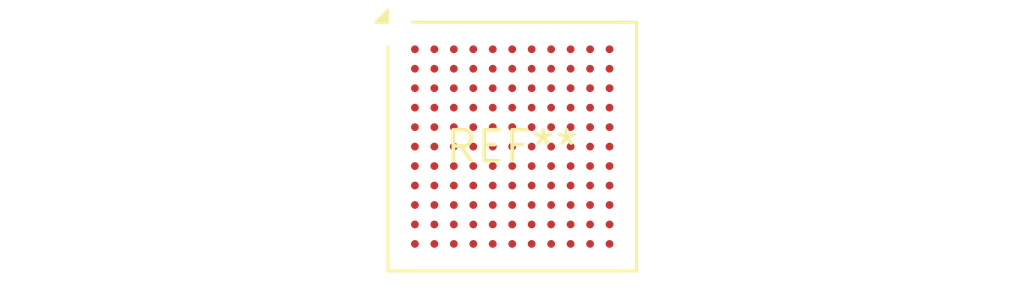
<source format=kicad_pcb>
(kicad_pcb (version 20240108) (generator pcbnew)
  (layers (0 "F.Cu" signal) (31 "B.Cu" signal) (34 "B.Paste" user) (35 "F.Paste" user) (36 "B.SilkS" user "B.Silkscreen") (37 "F.SilkS" user "F.Silkscreen") (38 "B.Mask" user) (39 "F.Mask" user) (44 "Edge.Cuts" user))
  (net 0 "")
  (footprint "XBGA-121_10x10mm_Layout11x11_P0.8mm" (layer "F.Cu") (at 0 0)
    (property "Reference" "REF**")
    (property "Value" "XBGA-121_10x10mm_Layout11x11_P0.8mm")
    (fp_line (start -5.11 5.11) (end -5.11 -4.11) (layer "F.SilkS") (stroke (width 0.12)))
    (fp_line (start -4.11 -5.11) (end 5.11 -5.11) (layer "F.SilkS") (stroke (width 0.12)))
    (fp_line (start 5.11 -5.11) (end 5.11 5.11) (layer "F.SilkS") (stroke (width 0.12)))
    (fp_line (start 5.11 5.11) (end -5.11 5.11) (layer "F.SilkS") (stroke (width 0.12)))
    (fp_poly (pts (xy -5.11 -5.11) (xy -5.61 -5.11) (xy -5.11 -5.61) (xy -5.11 -5.11)) (layer "F.SilkS") (stroke (width 0.12)) (fill solid))
    (pad "A1" smd circle (at -4 -4) (size 0.32 0.32) (property pad_prop_bga) (layers "F.Cu" "F.Paste" "F.Mask"))
    (pad "A2" smd circle (at -3.2 -4) (size 0.32 0.32) (property pad_prop_bga) (layers "F.Cu" "F.Paste" "F.Mask"))
    (pad "A3" smd circle (at -2.4 -4) (size 0.32 0.32) (property pad_prop_bga) (layers "F.Cu" "F.Paste" "F.Mask"))
    (pad "A4" smd circle (at -1.6 -4) (size 0.32 0.32) (property pad_prop_bga) (layers "F.Cu" "F.Paste" "F.Mask"))
    (pad "A5" smd circle (at -0.8 -4) (size 0.32 0.32) (property pad_prop_bga) (layers "F.Cu" "F.Paste" "F.Mask"))
    (pad "A6" smd circle (at 0 -4) (size 0.32 0.32) (property pad_prop_bga) (layers "F.Cu" "F.Paste" "F.Mask"))
    (pad "A7" smd circle (at 0.8 -4) (size 0.32 0.32) (property pad_prop_bga) (layers "F.Cu" "F.Paste" "F.Mask"))
    (pad "A8" smd circle (at 1.6 -4) (size 0.32 0.32) (property pad_prop_bga) (layers "F.Cu" "F.Paste" "F.Mask"))
    (pad "A9" smd circle (at 2.4 -4) (size 0.32 0.32) (property pad_prop_bga) (layers "F.Cu" "F.Paste" "F.Mask"))
    (pad "A10" smd circle (at 3.2 -4) (size 0.32 0.32) (property pad_prop_bga) (layers "F.Cu" "F.Paste" "F.Mask"))
    (pad "A11" smd circle (at 4 -4) (size 0.32 0.32) (property pad_prop_bga) (layers "F.Cu" "F.Paste" "F.Mask"))
    (pad "B1" smd circle (at -4 -3.2) (size 0.32 0.32) (property pad_prop_bga) (layers "F.Cu" "F.Paste" "F.Mask"))
    (pad "B2" smd circle (at -3.2 -3.2) (size 0.32 0.32) (property pad_prop_bga) (layers "F.Cu" "F.Paste" "F.Mask"))
    (pad "B3" smd circle (at -2.4 -3.2) (size 0.32 0.32) (property pad_prop_bga) (layers "F.Cu" "F.Paste" "F.Mask"))
    (pad "B4" smd circle (at -1.6 -3.2) (size 0.32 0.32) (property pad_prop_bga) (layers "F.Cu" "F.Paste" "F.Mask"))
    (pad "B5" smd circle (at -0.8 -3.2) (size 0.32 0.32) (property pad_prop_bga) (layers "F.Cu" "F.Paste" "F.Mask"))
    (pad "B6" smd circle (at 0 -3.2) (size 0.32 0.32) (property pad_prop_bga) (layers "F.Cu" "F.Paste" "F.Mask"))
    (pad "B7" smd circle (at 0.8 -3.2) (size 0.32 0.32) (property pad_prop_bga) (layers "F.Cu" "F.Paste" "F.Mask"))
    (pad "B8" smd circle (at 1.6 -3.2) (size 0.32 0.32) (property pad_prop_bga) (layers "F.Cu" "F.Paste" "F.Mask"))
    (pad "B9" smd circle (at 2.4 -3.2) (size 0.32 0.32) (property pad_prop_bga) (layers "F.Cu" "F.Paste" "F.Mask"))
    (pad "B10" smd circle (at 3.2 -3.2) (size 0.32 0.32) (property pad_prop_bga) (layers "F.Cu" "F.Paste" "F.Mask"))
    (pad "B11" smd circle (at 4 -3.2) (size 0.32 0.32) (property pad_prop_bga) (layers "F.Cu" "F.Paste" "F.Mask"))
    (pad "C1" smd circle (at -4 -2.4) (size 0.32 0.32) (property pad_prop_bga) (layers "F.Cu" "F.Paste" "F.Mask"))
    (pad "C2" smd circle (at -3.2 -2.4) (size 0.32 0.32) (property pad_prop_bga) (layers "F.Cu" "F.Paste" "F.Mask"))
    (pad "C3" smd circle (at -2.4 -2.4) (size 0.32 0.32) (property pad_prop_bga) (layers "F.Cu" "F.Paste" "F.Mask"))
    (pad "C4" smd circle (at -1.6 -2.4) (size 0.32 0.32) (property pad_prop_bga) (layers "F.Cu" "F.Paste" "F.Mask"))
    (pad "C5" smd circle (at -0.8 -2.4) (size 0.32 0.32) (property pad_prop_bga) (layers "F.Cu" "F.Paste" "F.Mask"))
    (pad "C6" smd circle (at 0 -2.4) (size 0.32 0.32) (property pad_prop_bga) (layers "F.Cu" "F.Paste" "F.Mask"))
    (pad "C7" smd circle (at 0.8 -2.4) (size 0.32 0.32) (property pad_prop_bga) (layers "F.Cu" "F.Paste" "F.Mask"))
    (pad "C8" smd circle (at 1.6 -2.4) (size 0.32 0.32) (property pad_prop_bga) (layers "F.Cu" "F.Paste" "F.Mask"))
    (pad "C9" smd circle (at 2.4 -2.4) (size 0.32 0.32) (property pad_prop_bga) (layers "F.Cu" "F.Paste" "F.Mask"))
    (pad "C10" smd circle (at 3.2 -2.4) (size 0.32 0.32) (property pad_prop_bga) (layers "F.Cu" "F.Paste" "F.Mask"))
    (pad "C11" smd circle (at 4 -2.4) (size 0.32 0.32) (property pad_prop_bga) (layers "F.Cu" "F.Paste" "F.Mask"))
    (pad "D1" smd circle (at -4 -1.6) (size 0.32 0.32) (property pad_prop_bga) (layers "F.Cu" "F.Paste" "F.Mask"))
    (pad "D2" smd circle (at -3.2 -1.6) (size 0.32 0.32) (property pad_prop_bga) (layers "F.Cu" "F.Paste" "F.Mask"))
    (pad "D3" smd circle (at -2.4 -1.6) (size 0.32 0.32) (property pad_prop_bga) (layers "F.Cu" "F.Paste" "F.Mask"))
    (pad "D4" smd circle (at -1.6 -1.6) (size 0.32 0.32) (property pad_prop_bga) (layers "F.Cu" "F.Paste" "F.Mask"))
    (pad "D5" smd circle (at -0.8 -1.6) (size 0.32 0.32) (property pad_prop_bga) (layers "F.Cu" "F.Paste" "F.Mask"))
    (pad "D6" smd circle (at 0 -1.6) (size 0.32 0.32) (property pad_prop_bga) (layers "F.Cu" "F.Paste" "F.Mask"))
    (pad "D7" smd circle (at 0.8 -1.6) (size 0.32 0.32) (property pad_prop_bga) (layers "F.Cu" "F.Paste" "F.Mask"))
    (pad "D8" smd circle (at 1.6 -1.6) (size 0.32 0.32) (property pad_prop_bga) (layers "F.Cu" "F.Paste" "F.Mask"))
    (pad "D9" smd circle (at 2.4 -1.6) (size 0.32 0.32) (property pad_prop_bga) (layers "F.Cu" "F.Paste" "F.Mask"))
    (pad "D10" smd circle (at 3.2 -1.6) (size 0.32 0.32) (property pad_prop_bga) (layers "F.Cu" "F.Paste" "F.Mask"))
    (pad "D11" smd circle (at 4 -1.6) (size 0.32 0.32) (property pad_prop_bga) (layers "F.Cu" "F.Paste" "F.Mask"))
    (pad "E1" smd circle (at -4 -0.8) (size 0.32 0.32) (property pad_prop_bga) (layers "F.Cu" "F.Paste" "F.Mask"))
    (pad "E2" smd circle (at -3.2 -0.8) (size 0.32 0.32) (property pad_prop_bga) (layers "F.Cu" "F.Paste" "F.Mask"))
    (pad "E3" smd circle (at -2.4 -0.8) (size 0.32 0.32) (property pad_prop_bga) (layers "F.Cu" "F.Paste" "F.Mask"))
    (pad "E4" smd circle (at -1.6 -0.8) (size 0.32 0.32) (property pad_prop_bga) (layers "F.Cu" "F.Paste" "F.Mask"))
    (pad "E5" smd circle (at -0.8 -0.8) (size 0.32 0.32) (property pad_prop_bga) (layers "F.Cu" "F.Paste" "F.Mask"))
    (pad "E6" smd circle (at 0 -0.8) (size 0.32 0.32) (property pad_prop_bga) (layers "F.Cu" "F.Paste" "F.Mask"))
    (pad "E7" smd circle (at 0.8 -0.8) (size 0.32 0.32) (property pad_prop_bga) (layers "F.Cu" "F.Paste" "F.Mask"))
    (pad "E8" smd circle (at 1.6 -0.8) (size 0.32 0.32) (property pad_prop_bga) (layers "F.Cu" "F.Paste" "F.Mask"))
    (pad "E9" smd circle (at 2.4 -0.8) (size 0.32 0.32) (property pad_prop_bga) (layers "F.Cu" "F.Paste" "F.Mask"))
    (pad "E10" smd circle (at 3.2 -0.8) (size 0.32 0.32) (property pad_prop_bga) (layers "F.Cu" "F.Paste" "F.Mask"))
    (pad "E11" smd circle (at 4 -0.8) (size 0.32 0.32) (property pad_prop_bga) (layers "F.Cu" "F.Paste" "F.Mask"))
    (pad "F1" smd circle (at -4 0) (size 0.32 0.32) (property pad_prop_bga) (layers "F.Cu" "F.Paste" "F.Mask"))
    (pad "F2" smd circle (at -3.2 0) (size 0.32 0.32) (property pad_prop_bga) (layers "F.Cu" "F.Paste" "F.Mask"))
    (pad "F3" smd circle (at -2.4 0) (size 0.32 0.32) (property pad_prop_bga) (layers "F.Cu" "F.Paste" "F.Mask"))
    (pad "F4" smd circle (at -1.6 0) (size 0.32 0.32) (property pad_prop_bga) (layers "F.Cu" "F.Paste" "F.Mask"))
    (pad "F5" smd circle (at -0.8 0) (size 0.32 0.32) (property pad_prop_bga) (layers "F.Cu" "F.Paste" "F.Mask"))
    (pad "F6" smd circle (at 0 0) (size 0.32 0.32) (property pad_prop_bga) (layers "F.Cu" "F.Paste" "F.Mask"))
    (pad "F7" smd circle (at 0.8 0) (size 0.32 0.32) (property pad_prop_bga) (layers "F.Cu" "F.Paste" "F.Mask"))
    (pad "F8" smd circle (at 1.6 0) (size 0.32 0.32) (property pad_prop_bga) (layers "F.Cu" "F.Paste" "F.Mask"))
    (pad "F9" smd circle (at 2.4 0) (size 0.32 0.32) (property pad_prop_bga) (layers "F.Cu" "F.Paste" "F.Mask"))
    (pad "F10" smd circle (at 3.2 0) (size 0.32 0.32) (property pad_prop_bga) (layers "F.Cu" "F.Paste" "F.Mask"))
    (pad "F11" smd circle (at 4 0) (size 0.32 0.32) (property pad_prop_bga) (layers "F.Cu" "F.Paste" "F.Mask"))
    (pad "G1" smd circle (at -4 0.8) (size 0.32 0.32) (property pad_prop_bga) (layers "F.Cu" "F.Paste" "F.Mask"))
    (pad "G2" smd circle (at -3.2 0.8) (size 0.32 0.32) (property pad_prop_bga) (layers "F.Cu" "F.Paste" "F.Mask"))
    (pad "G3" smd circle (at -2.4 0.8) (size 0.32 0.32) (property pad_prop_bga) (layers "F.Cu" "F.Paste" "F.Mask"))
    (pad "G4" smd circle (at -1.6 0.8) (size 0.32 0.32) (property pad_prop_bga) (layers "F.Cu" "F.Paste" "F.Mask"))
    (pad "G5" smd circle (at -0.8 0.8) (size 0.32 0.32) (property pad_prop_bga) (layers "F.Cu" "F.Paste" "F.Mask"))
    (pad "G6" smd circle (at 0 0.8) (size 0.32 0.32) (property pad_prop_bga) (layers "F.Cu" "F.Paste" "F.Mask"))
    (pad "G7" smd circle (at 0.8 0.8) (size 0.32 0.32) (property pad_prop_bga) (layers "F.Cu" "F.Paste" "F.Mask"))
    (pad "G8" smd circle (at 1.6 0.8) (size 0.32 0.32) (property pad_prop_bga) (layers "F.Cu" "F.Paste" "F.Mask"))
    (pad "G9" smd circle (at 2.4 0.8) (size 0.32 0.32) (property pad_prop_bga) (layers "F.Cu" "F.Paste" "F.Mask"))
    (pad "G10" smd circle (at 3.2 0.8) (size 0.32 0.32) (property pad_prop_bga) (layers "F.Cu" "F.Paste" "F.Mask"))
    (pad "G11" smd circle (at 4 0.8) (size 0.32 0.32) (property pad_prop_bga) (layers "F.Cu" "F.Paste" "F.Mask"))
    (pad "H1" smd circle (at -4 1.6) (size 0.32 0.32) (property pad_prop_bga) (layers "F.Cu" "F.Paste" "F.Mask"))
    (pad "H2" smd circle (at -3.2 1.6) (size 0.32 0.32) (property pad_prop_bga) (layers "F.Cu" "F.Paste" "F.Mask"))
    (pad "H3" smd circle (at -2.4 1.6) (size 0.32 0.32) (property pad_prop_bga) (layers "F.Cu" "F.Paste" "F.Mask"))
    (pad "H4" smd circle (at -1.6 1.6) (size 0.32 0.32) (property pad_prop_bga) (layers "F.Cu" "F.Paste" "F.Mask"))
    (pad "H5" smd circle (at -0.8 1.6) (size 0.32 0.32) (property pad_prop_bga) (layers "F.Cu" "F.Paste" "F.Mask"))
    (pad "H6" smd circle (at 0 1.6) (size 0.32 0.32) (property pad_prop_bga) (layers "F.Cu" "F.Paste" "F.Mask"))
    (pad "H7" smd circle (at 0.8 1.6) (size 0.32 0.32) (property pad_prop_bga) (layers "F.Cu" "F.Paste" "F.Mask"))
    (pad "H8" smd circle (at 1.6 1.6) (size 0.32 0.32) (property pad_prop_bga) (layers "F.Cu" "F.Paste" "F.Mask"))
    (pad "H9" smd circle (at 2.4 1.6) (size 0.32 0.32) (property pad_prop_bga) (layers "F.Cu" "F.Paste" "F.Mask"))
    (pad "H10" smd circle (at 3.2 1.6) (size 0.32 0.32) (property pad_prop_bga) (layers "F.Cu" "F.Paste" "F.Mask"))
    (pad "H11" smd circle (at 4 1.6) (size 0.32 0.32) (property pad_prop_bga) (layers "F.Cu" "F.Paste" "F.Mask"))
    (pad "J1" smd circle (at -4 2.4) (size 0.32 0.32) (property pad_prop_bga) (layers "F.Cu" "F.Paste" "F.Mask"))
    (pad "J2" smd circle (at -3.2 2.4) (size 0.32 0.32) (property pad_prop_bga) (layers "F.Cu" "F.Paste" "F.Mask"))
    (pad "J3" smd circle (at -2.4 2.4) (size 0.32 0.32) (property pad_prop_bga) (layers "F.Cu" "F.Paste" "F.Mask"))
    (pad "J4" smd circle (at -1.6 2.4) (size 0.32 0.32) (property pad_prop_bga) (layers "F.Cu" "F.Paste" "F.Mask"))
    (pad "J5" smd circle (at -0.8 2.4) (size 0.32 0.32) (property pad_prop_bga) (layers "F.Cu" "F.Paste" "F.Mask"))
    (pad "J6" smd circle (at 0 2.4) (size 0.32 0.32) (property pad_prop_bga) (layers "F.Cu" "F.Paste" "F.Mask"))
    (pad "J7" smd circle (at 0.8 2.4) (size 0.32 0.32) (property pad_prop_bga) (layers "F.Cu" "F.Paste" "F.Mask"))
    (pad "J8" smd circle (at 1.6 2.4) (size 0.32 0.32) (property pad_prop_bga) (layers "F.Cu" "F.Paste" "F.Mask"))
    (pad "J9" smd circle (at 2.4 2.4) (size 0.32 0.32) (property pad_prop_bga) (layers "F.Cu" "F.Paste" "F.Mask"))
    (pad "J10" smd circle (at 3.2 2.4) (size 0.32 0.32) (property pad_prop_bga) (layers "F.Cu" "F.Paste" "F.Mask"))
    (pad "J11" smd circle (at 4 2.4) (size 0.32 0.32) (property pad_prop_bga) (layers "F.Cu" "F.Paste" "F.Mask"))
    (pad "K1" smd circle (at -4 3.2) (size 0.32 0.32) (property pad_prop_bga) (layers "F.Cu" "F.Paste" "F.Mask"))
    (pad "K2" smd circle (at -3.2 3.2) (size 0.32 0.32) (property pad_prop_bga) (layers "F.Cu" "F.Paste" "F.Mask"))
    (pad "K3" smd circle (at -2.4 3.2) (size 0.32 0.32) (property pad_prop_bga) (layers "F.Cu" "F.Paste" "F.Mask"))
    (pad "K4" smd circle (at -1.6 3.2) (size 0.32 0.32) (property pad_prop_bga) (layers "F.Cu" "F.Paste" "F.Mask"))
    (pad "K5" smd circle (at -0.8 3.2) (size 0.32 0.32) (property pad_prop_bga) (layers "F.Cu" "F.Paste" "F.Mask"))
    (pad "K6" smd circle (at 0 3.2) (size 0.32 0.32) (property pad_prop_bga) (layers "F.Cu" "F.Paste" "F.Mask"))
    (pad "K7" smd circle (at 0.8 3.2) (size 0.32 0.32) (property pad_prop_bga) (layers "F.Cu" "F.Paste" "F.Mask"))
    (pad "K8" smd circle (at 1.6 3.2) (size 0.32 0.32) (property pad_prop_bga) (layers "F.Cu" "F.Paste" "F.Mask"))
    (pad "K9" smd circle (at 2.4 3.2) (size 0.32 0.32) (property pad_prop_bga) (layers "F.Cu" "F.Paste" "F.Mask"))
    (pad "K10" smd circle (at 3.2 3.2) (size 0.32 0.32) (property pad_prop_bga) (layers "F.Cu" "F.Paste" "F.Mask"))
    (pad "K11" smd circle (at 4 3.2) (size 0.32 0.32) (property pad_prop_bga) (layers "F.Cu" "F.Paste" "F.Mask"))
    (pad "L1" smd circle (at -4 4) (size 0.32 0.32) (property pad_prop_bga) (layers "F.Cu" "F.Paste" "F.Mask"))
    (pad "L2" smd circle (at -3.2 4) (size 0.32 0.32) (property pad_prop_bga) (layers "F.Cu" "F.Paste" "F.Mask"))
    (pad "L3" smd circle (at -2.4 4) (size 0.32 0.32) (property pad_prop_bga) (layers "F.Cu" "F.Paste" "F.Mask"))
    (pad "L4" smd circle (at -1.6 4) (size 0.32 0.32) (property pad_prop_bga) (layers "F.Cu" "F.Paste" "F.Mask"))
    (pad "L5" smd circle (at -0.8 4) (size 0.32 0.32) (property pad_prop_bga) (layers "F.Cu" "F.Paste" "F.Mask"))
    (pad "L6" smd circle (at 0 4) (size 0.32 0.32) (property pad_prop_bga) (layers "F.Cu" "F.Paste" "F.Mask"))
    (pad "L7" smd circle (at 0.8 4) (size 0.32 0.32) (property pad_prop_bga) (layers "F.Cu" "F.Paste" "F.Mask"))
    (pad "L8" smd circle (at 1.6 4) (size 0.32 0.32) (property pad_prop_bga) (layers "F.Cu" "F.Paste" "F.Mask"))
    (pad "L9" smd circle (at 2.4 4) (size 0.32 0.32) (property pad_prop_bga) (layers "F.Cu" "F.Paste" "F.Mask"))
    (pad "L10" smd circle (at 3.2 4) (size 0.32 0.32) (property pad_prop_bga) (layers "F.Cu" "F.Paste" "F.Mask"))
    (pad "L11" smd circle (at 4 4) (size 0.32 0.32) (property pad_prop_bga) (layers "F.Cu" "F.Paste" "F.Mask"))
  )
)
</source>
